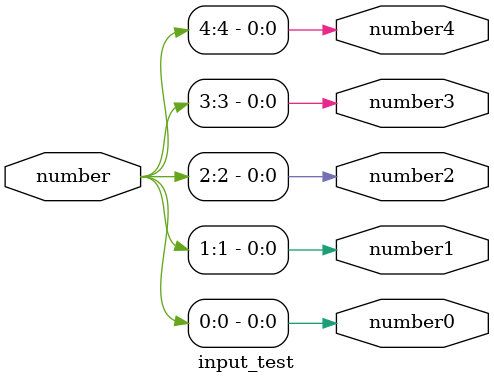
<source format=v>
module input_test (number, number0, number1, number2, number3, number4);

	input [4:0]number;
	
	output number0, number1, number2, number3, number4;

	assign number0 = number[0];
	assign number1 = number[1];
	assign number2 = number[2];
	assign number3 = number[3];
	assign number4 = number[4];

endmodule

</source>
